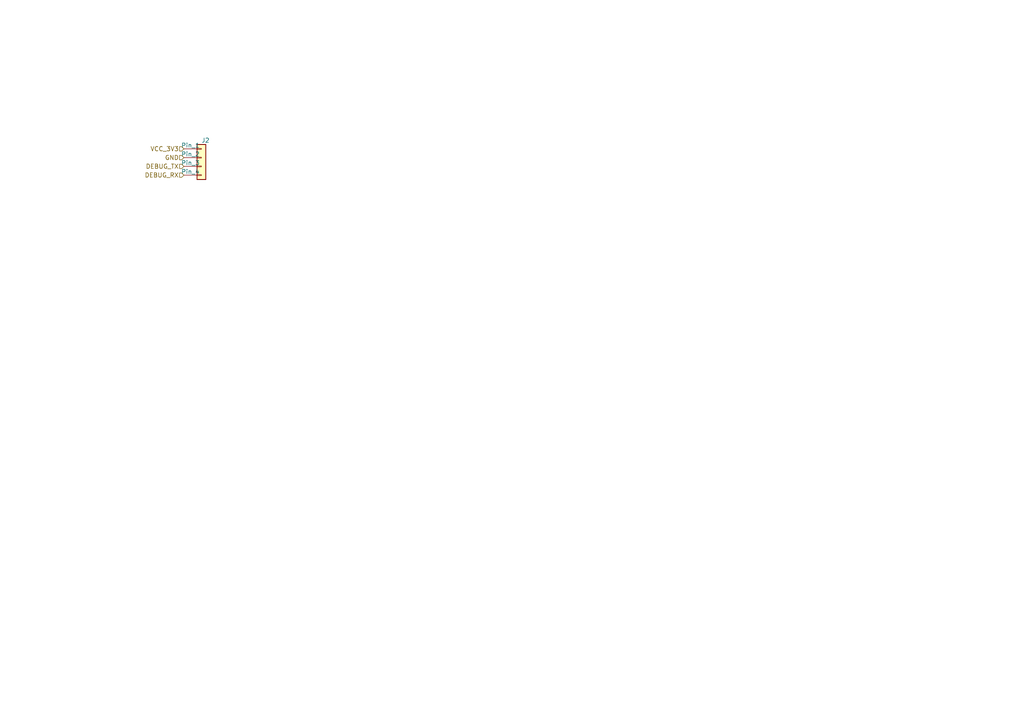
<source format=kicad_sch>
(kicad_sch (version 20250114) (generator "circuit_synth") (generator_version "9.0")
  (paper "A4")
  (lib_symbols
    (symbol "Connector_Generic:Conn_01x04" (pin_numbers hide) (pin_names (offset 0))
      (property "Reference" "J" (at 0 0 0))
      (property "Value" "Conn_01x04" (at 0 0 0))
      (symbol "Conn_01x04_0_1"
        (rectangle (start -1.27 3.81) (end 1.27 -6.35) (stroke (width 0.254)) (fill (type background)))
        (rectangle (start -1.27 2.667) (end 0 2.413) (stroke (width 0.1524)))
        (rectangle (start -1.27 0.127) (end 0 -0.127) (stroke (width 0.1524)))
        (rectangle (start -1.27 -2.413) (end 0 -2.667) (stroke (width 0.1524)))
        (rectangle (start -1.27 -4.953) (end 0 -5.207) (stroke (width 0.1524)))
      )
      (symbol "Conn_01x04_1_1"
        (pin passive line (at -5.08 2.54 0) (length 3.81) (name "Pin_1") (number "1"))
        (pin passive line (at -5.08 0 0) (length 3.81) (name "Pin_2") (number "2"))
        (pin passive line (at -5.08 -2.54 0) (length 3.81) (name "Pin_3") (number "3"))
        (pin passive line (at -5.08 -5.08 0) (length 3.81) (name "Pin_4") (number "4"))
      )
    )
  )
  (symbol (lib_id "Connector_Generic:Conn_01x04") (at 58.42 45.72 0) (unit 1)
    (property "Reference" "J2" (at 58.42 40.72 0) (effects (justify left)))
    (property "Footprint" "Connector_PinHeader_2.54mm:PinHeader_1x04_P2.54mm_Vertical" (effects (hide yes)))
  )
  (hierarchical_label "VCC_3V3" (shape input) (at 53.34 43.18 180))
  (hierarchical_label "GND" (shape input) (at 53.34 45.72 180))
  (hierarchical_label "DEBUG_TX" (shape input) (at 53.34 48.26 180))
  (hierarchical_label "DEBUG_RX" (shape input) (at 53.34 50.8 180))
)
</source>
